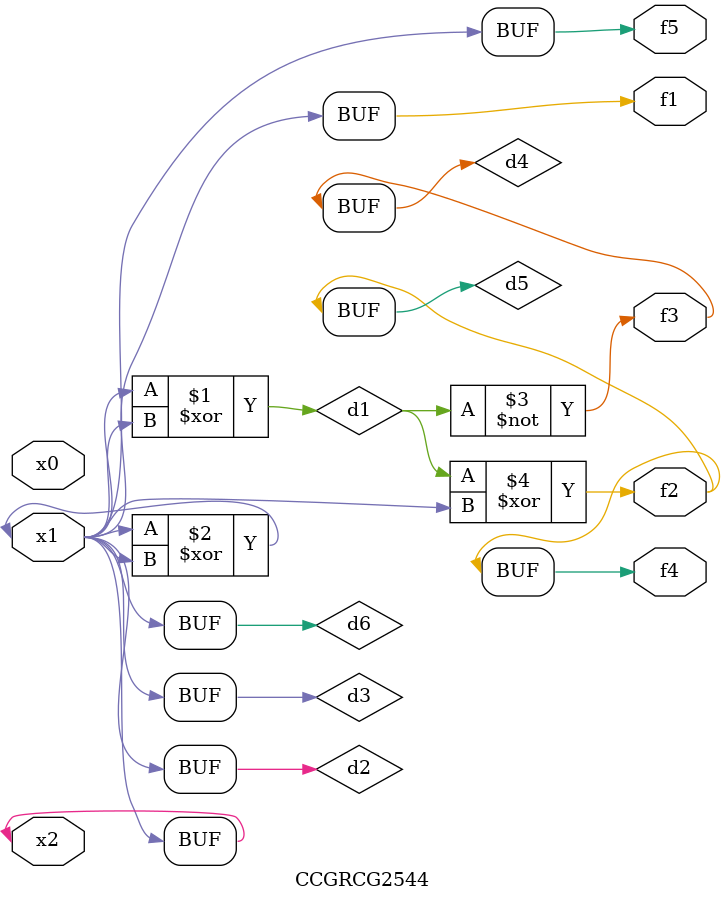
<source format=v>
module CCGRCG2544(
	input x0, x1, x2,
	output f1, f2, f3, f4, f5
);

	wire d1, d2, d3, d4, d5, d6;

	xor (d1, x1, x2);
	buf (d2, x1, x2);
	xor (d3, x1, x2);
	nor (d4, d1);
	xor (d5, d1, d2);
	buf (d6, d2, d3);
	assign f1 = d6;
	assign f2 = d5;
	assign f3 = d4;
	assign f4 = d5;
	assign f5 = d6;
endmodule

</source>
